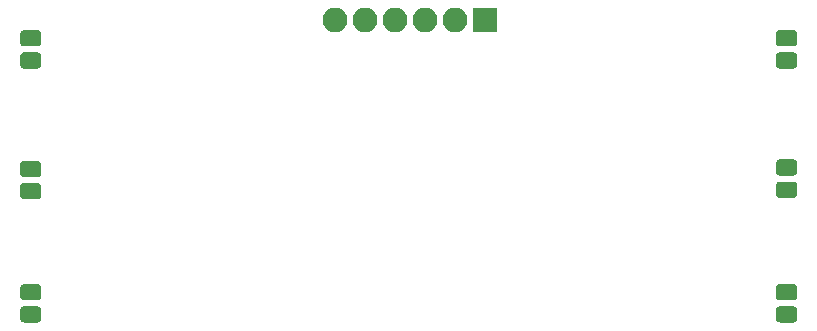
<source format=gbr>
G04 #@! TF.GenerationSoftware,KiCad,Pcbnew,(5.1.4)-1*
G04 #@! TF.CreationDate,2020-02-13T00:02:55-05:00*
G04 #@! TF.ProjectId,enemies,656e656d-6965-4732-9e6b-696361645f70,rev?*
G04 #@! TF.SameCoordinates,Original*
G04 #@! TF.FileFunction,Soldermask,Top*
G04 #@! TF.FilePolarity,Negative*
%FSLAX46Y46*%
G04 Gerber Fmt 4.6, Leading zero omitted, Abs format (unit mm)*
G04 Created by KiCad (PCBNEW (5.1.4)-1) date 2020-02-13 00:02:55*
%MOMM*%
%LPD*%
G04 APERTURE LIST*
%ADD10O,2.100000X2.100000*%
%ADD11R,2.100000X2.100000*%
%ADD12C,0.100000*%
%ADD13C,1.375000*%
G04 APERTURE END LIST*
D10*
X128800000Y-86500000D03*
X131340000Y-86500000D03*
X133880000Y-86500000D03*
X136420000Y-86500000D03*
X138960000Y-86500000D03*
D11*
X141500000Y-86500000D03*
D12*
G36*
X103589943Y-98439155D02*
G01*
X103623312Y-98444105D01*
X103656035Y-98452302D01*
X103687797Y-98463666D01*
X103718293Y-98478090D01*
X103747227Y-98495432D01*
X103774323Y-98515528D01*
X103799318Y-98538182D01*
X103821972Y-98563177D01*
X103842068Y-98590273D01*
X103859410Y-98619207D01*
X103873834Y-98649703D01*
X103885198Y-98681465D01*
X103893395Y-98714188D01*
X103898345Y-98747557D01*
X103900000Y-98781250D01*
X103900000Y-99468750D01*
X103898345Y-99502443D01*
X103893395Y-99535812D01*
X103885198Y-99568535D01*
X103873834Y-99600297D01*
X103859410Y-99630793D01*
X103842068Y-99659727D01*
X103821972Y-99686823D01*
X103799318Y-99711818D01*
X103774323Y-99734472D01*
X103747227Y-99754568D01*
X103718293Y-99771910D01*
X103687797Y-99786334D01*
X103656035Y-99797698D01*
X103623312Y-99805895D01*
X103589943Y-99810845D01*
X103556250Y-99812500D01*
X102443750Y-99812500D01*
X102410057Y-99810845D01*
X102376688Y-99805895D01*
X102343965Y-99797698D01*
X102312203Y-99786334D01*
X102281707Y-99771910D01*
X102252773Y-99754568D01*
X102225677Y-99734472D01*
X102200682Y-99711818D01*
X102178028Y-99686823D01*
X102157932Y-99659727D01*
X102140590Y-99630793D01*
X102126166Y-99600297D01*
X102114802Y-99568535D01*
X102106605Y-99535812D01*
X102101655Y-99502443D01*
X102100000Y-99468750D01*
X102100000Y-98781250D01*
X102101655Y-98747557D01*
X102106605Y-98714188D01*
X102114802Y-98681465D01*
X102126166Y-98649703D01*
X102140590Y-98619207D01*
X102157932Y-98590273D01*
X102178028Y-98563177D01*
X102200682Y-98538182D01*
X102225677Y-98515528D01*
X102252773Y-98495432D01*
X102281707Y-98478090D01*
X102312203Y-98463666D01*
X102343965Y-98452302D01*
X102376688Y-98444105D01*
X102410057Y-98439155D01*
X102443750Y-98437500D01*
X103556250Y-98437500D01*
X103589943Y-98439155D01*
X103589943Y-98439155D01*
G37*
D13*
X103000000Y-99125000D03*
D12*
G36*
X103589943Y-100314155D02*
G01*
X103623312Y-100319105D01*
X103656035Y-100327302D01*
X103687797Y-100338666D01*
X103718293Y-100353090D01*
X103747227Y-100370432D01*
X103774323Y-100390528D01*
X103799318Y-100413182D01*
X103821972Y-100438177D01*
X103842068Y-100465273D01*
X103859410Y-100494207D01*
X103873834Y-100524703D01*
X103885198Y-100556465D01*
X103893395Y-100589188D01*
X103898345Y-100622557D01*
X103900000Y-100656250D01*
X103900000Y-101343750D01*
X103898345Y-101377443D01*
X103893395Y-101410812D01*
X103885198Y-101443535D01*
X103873834Y-101475297D01*
X103859410Y-101505793D01*
X103842068Y-101534727D01*
X103821972Y-101561823D01*
X103799318Y-101586818D01*
X103774323Y-101609472D01*
X103747227Y-101629568D01*
X103718293Y-101646910D01*
X103687797Y-101661334D01*
X103656035Y-101672698D01*
X103623312Y-101680895D01*
X103589943Y-101685845D01*
X103556250Y-101687500D01*
X102443750Y-101687500D01*
X102410057Y-101685845D01*
X102376688Y-101680895D01*
X102343965Y-101672698D01*
X102312203Y-101661334D01*
X102281707Y-101646910D01*
X102252773Y-101629568D01*
X102225677Y-101609472D01*
X102200682Y-101586818D01*
X102178028Y-101561823D01*
X102157932Y-101534727D01*
X102140590Y-101505793D01*
X102126166Y-101475297D01*
X102114802Y-101443535D01*
X102106605Y-101410812D01*
X102101655Y-101377443D01*
X102100000Y-101343750D01*
X102100000Y-100656250D01*
X102101655Y-100622557D01*
X102106605Y-100589188D01*
X102114802Y-100556465D01*
X102126166Y-100524703D01*
X102140590Y-100494207D01*
X102157932Y-100465273D01*
X102178028Y-100438177D01*
X102200682Y-100413182D01*
X102225677Y-100390528D01*
X102252773Y-100370432D01*
X102281707Y-100353090D01*
X102312203Y-100338666D01*
X102343965Y-100327302D01*
X102376688Y-100319105D01*
X102410057Y-100314155D01*
X102443750Y-100312500D01*
X103556250Y-100312500D01*
X103589943Y-100314155D01*
X103589943Y-100314155D01*
G37*
D13*
X103000000Y-101000000D03*
D12*
G36*
X167589943Y-100189155D02*
G01*
X167623312Y-100194105D01*
X167656035Y-100202302D01*
X167687797Y-100213666D01*
X167718293Y-100228090D01*
X167747227Y-100245432D01*
X167774323Y-100265528D01*
X167799318Y-100288182D01*
X167821972Y-100313177D01*
X167842068Y-100340273D01*
X167859410Y-100369207D01*
X167873834Y-100399703D01*
X167885198Y-100431465D01*
X167893395Y-100464188D01*
X167898345Y-100497557D01*
X167900000Y-100531250D01*
X167900000Y-101218750D01*
X167898345Y-101252443D01*
X167893395Y-101285812D01*
X167885198Y-101318535D01*
X167873834Y-101350297D01*
X167859410Y-101380793D01*
X167842068Y-101409727D01*
X167821972Y-101436823D01*
X167799318Y-101461818D01*
X167774323Y-101484472D01*
X167747227Y-101504568D01*
X167718293Y-101521910D01*
X167687797Y-101536334D01*
X167656035Y-101547698D01*
X167623312Y-101555895D01*
X167589943Y-101560845D01*
X167556250Y-101562500D01*
X166443750Y-101562500D01*
X166410057Y-101560845D01*
X166376688Y-101555895D01*
X166343965Y-101547698D01*
X166312203Y-101536334D01*
X166281707Y-101521910D01*
X166252773Y-101504568D01*
X166225677Y-101484472D01*
X166200682Y-101461818D01*
X166178028Y-101436823D01*
X166157932Y-101409727D01*
X166140590Y-101380793D01*
X166126166Y-101350297D01*
X166114802Y-101318535D01*
X166106605Y-101285812D01*
X166101655Y-101252443D01*
X166100000Y-101218750D01*
X166100000Y-100531250D01*
X166101655Y-100497557D01*
X166106605Y-100464188D01*
X166114802Y-100431465D01*
X166126166Y-100399703D01*
X166140590Y-100369207D01*
X166157932Y-100340273D01*
X166178028Y-100313177D01*
X166200682Y-100288182D01*
X166225677Y-100265528D01*
X166252773Y-100245432D01*
X166281707Y-100228090D01*
X166312203Y-100213666D01*
X166343965Y-100202302D01*
X166376688Y-100194105D01*
X166410057Y-100189155D01*
X166443750Y-100187500D01*
X167556250Y-100187500D01*
X167589943Y-100189155D01*
X167589943Y-100189155D01*
G37*
D13*
X167000000Y-100875000D03*
D12*
G36*
X167589943Y-98314155D02*
G01*
X167623312Y-98319105D01*
X167656035Y-98327302D01*
X167687797Y-98338666D01*
X167718293Y-98353090D01*
X167747227Y-98370432D01*
X167774323Y-98390528D01*
X167799318Y-98413182D01*
X167821972Y-98438177D01*
X167842068Y-98465273D01*
X167859410Y-98494207D01*
X167873834Y-98524703D01*
X167885198Y-98556465D01*
X167893395Y-98589188D01*
X167898345Y-98622557D01*
X167900000Y-98656250D01*
X167900000Y-99343750D01*
X167898345Y-99377443D01*
X167893395Y-99410812D01*
X167885198Y-99443535D01*
X167873834Y-99475297D01*
X167859410Y-99505793D01*
X167842068Y-99534727D01*
X167821972Y-99561823D01*
X167799318Y-99586818D01*
X167774323Y-99609472D01*
X167747227Y-99629568D01*
X167718293Y-99646910D01*
X167687797Y-99661334D01*
X167656035Y-99672698D01*
X167623312Y-99680895D01*
X167589943Y-99685845D01*
X167556250Y-99687500D01*
X166443750Y-99687500D01*
X166410057Y-99685845D01*
X166376688Y-99680895D01*
X166343965Y-99672698D01*
X166312203Y-99661334D01*
X166281707Y-99646910D01*
X166252773Y-99629568D01*
X166225677Y-99609472D01*
X166200682Y-99586818D01*
X166178028Y-99561823D01*
X166157932Y-99534727D01*
X166140590Y-99505793D01*
X166126166Y-99475297D01*
X166114802Y-99443535D01*
X166106605Y-99410812D01*
X166101655Y-99377443D01*
X166100000Y-99343750D01*
X166100000Y-98656250D01*
X166101655Y-98622557D01*
X166106605Y-98589188D01*
X166114802Y-98556465D01*
X166126166Y-98524703D01*
X166140590Y-98494207D01*
X166157932Y-98465273D01*
X166178028Y-98438177D01*
X166200682Y-98413182D01*
X166225677Y-98390528D01*
X166252773Y-98370432D01*
X166281707Y-98353090D01*
X166312203Y-98338666D01*
X166343965Y-98327302D01*
X166376688Y-98319105D01*
X166410057Y-98314155D01*
X166443750Y-98312500D01*
X167556250Y-98312500D01*
X167589943Y-98314155D01*
X167589943Y-98314155D01*
G37*
D13*
X167000000Y-99000000D03*
D12*
G36*
X167589943Y-110751655D02*
G01*
X167623312Y-110756605D01*
X167656035Y-110764802D01*
X167687797Y-110776166D01*
X167718293Y-110790590D01*
X167747227Y-110807932D01*
X167774323Y-110828028D01*
X167799318Y-110850682D01*
X167821972Y-110875677D01*
X167842068Y-110902773D01*
X167859410Y-110931707D01*
X167873834Y-110962203D01*
X167885198Y-110993965D01*
X167893395Y-111026688D01*
X167898345Y-111060057D01*
X167900000Y-111093750D01*
X167900000Y-111781250D01*
X167898345Y-111814943D01*
X167893395Y-111848312D01*
X167885198Y-111881035D01*
X167873834Y-111912797D01*
X167859410Y-111943293D01*
X167842068Y-111972227D01*
X167821972Y-111999323D01*
X167799318Y-112024318D01*
X167774323Y-112046972D01*
X167747227Y-112067068D01*
X167718293Y-112084410D01*
X167687797Y-112098834D01*
X167656035Y-112110198D01*
X167623312Y-112118395D01*
X167589943Y-112123345D01*
X167556250Y-112125000D01*
X166443750Y-112125000D01*
X166410057Y-112123345D01*
X166376688Y-112118395D01*
X166343965Y-112110198D01*
X166312203Y-112098834D01*
X166281707Y-112084410D01*
X166252773Y-112067068D01*
X166225677Y-112046972D01*
X166200682Y-112024318D01*
X166178028Y-111999323D01*
X166157932Y-111972227D01*
X166140590Y-111943293D01*
X166126166Y-111912797D01*
X166114802Y-111881035D01*
X166106605Y-111848312D01*
X166101655Y-111814943D01*
X166100000Y-111781250D01*
X166100000Y-111093750D01*
X166101655Y-111060057D01*
X166106605Y-111026688D01*
X166114802Y-110993965D01*
X166126166Y-110962203D01*
X166140590Y-110931707D01*
X166157932Y-110902773D01*
X166178028Y-110875677D01*
X166200682Y-110850682D01*
X166225677Y-110828028D01*
X166252773Y-110807932D01*
X166281707Y-110790590D01*
X166312203Y-110776166D01*
X166343965Y-110764802D01*
X166376688Y-110756605D01*
X166410057Y-110751655D01*
X166443750Y-110750000D01*
X167556250Y-110750000D01*
X167589943Y-110751655D01*
X167589943Y-110751655D01*
G37*
D13*
X167000000Y-111437500D03*
D12*
G36*
X167589943Y-108876655D02*
G01*
X167623312Y-108881605D01*
X167656035Y-108889802D01*
X167687797Y-108901166D01*
X167718293Y-108915590D01*
X167747227Y-108932932D01*
X167774323Y-108953028D01*
X167799318Y-108975682D01*
X167821972Y-109000677D01*
X167842068Y-109027773D01*
X167859410Y-109056707D01*
X167873834Y-109087203D01*
X167885198Y-109118965D01*
X167893395Y-109151688D01*
X167898345Y-109185057D01*
X167900000Y-109218750D01*
X167900000Y-109906250D01*
X167898345Y-109939943D01*
X167893395Y-109973312D01*
X167885198Y-110006035D01*
X167873834Y-110037797D01*
X167859410Y-110068293D01*
X167842068Y-110097227D01*
X167821972Y-110124323D01*
X167799318Y-110149318D01*
X167774323Y-110171972D01*
X167747227Y-110192068D01*
X167718293Y-110209410D01*
X167687797Y-110223834D01*
X167656035Y-110235198D01*
X167623312Y-110243395D01*
X167589943Y-110248345D01*
X167556250Y-110250000D01*
X166443750Y-110250000D01*
X166410057Y-110248345D01*
X166376688Y-110243395D01*
X166343965Y-110235198D01*
X166312203Y-110223834D01*
X166281707Y-110209410D01*
X166252773Y-110192068D01*
X166225677Y-110171972D01*
X166200682Y-110149318D01*
X166178028Y-110124323D01*
X166157932Y-110097227D01*
X166140590Y-110068293D01*
X166126166Y-110037797D01*
X166114802Y-110006035D01*
X166106605Y-109973312D01*
X166101655Y-109939943D01*
X166100000Y-109906250D01*
X166100000Y-109218750D01*
X166101655Y-109185057D01*
X166106605Y-109151688D01*
X166114802Y-109118965D01*
X166126166Y-109087203D01*
X166140590Y-109056707D01*
X166157932Y-109027773D01*
X166178028Y-109000677D01*
X166200682Y-108975682D01*
X166225677Y-108953028D01*
X166252773Y-108932932D01*
X166281707Y-108915590D01*
X166312203Y-108901166D01*
X166343965Y-108889802D01*
X166376688Y-108881605D01*
X166410057Y-108876655D01*
X166443750Y-108875000D01*
X167556250Y-108875000D01*
X167589943Y-108876655D01*
X167589943Y-108876655D01*
G37*
D13*
X167000000Y-109562500D03*
D12*
G36*
X103589943Y-87376655D02*
G01*
X103623312Y-87381605D01*
X103656035Y-87389802D01*
X103687797Y-87401166D01*
X103718293Y-87415590D01*
X103747227Y-87432932D01*
X103774323Y-87453028D01*
X103799318Y-87475682D01*
X103821972Y-87500677D01*
X103842068Y-87527773D01*
X103859410Y-87556707D01*
X103873834Y-87587203D01*
X103885198Y-87618965D01*
X103893395Y-87651688D01*
X103898345Y-87685057D01*
X103900000Y-87718750D01*
X103900000Y-88406250D01*
X103898345Y-88439943D01*
X103893395Y-88473312D01*
X103885198Y-88506035D01*
X103873834Y-88537797D01*
X103859410Y-88568293D01*
X103842068Y-88597227D01*
X103821972Y-88624323D01*
X103799318Y-88649318D01*
X103774323Y-88671972D01*
X103747227Y-88692068D01*
X103718293Y-88709410D01*
X103687797Y-88723834D01*
X103656035Y-88735198D01*
X103623312Y-88743395D01*
X103589943Y-88748345D01*
X103556250Y-88750000D01*
X102443750Y-88750000D01*
X102410057Y-88748345D01*
X102376688Y-88743395D01*
X102343965Y-88735198D01*
X102312203Y-88723834D01*
X102281707Y-88709410D01*
X102252773Y-88692068D01*
X102225677Y-88671972D01*
X102200682Y-88649318D01*
X102178028Y-88624323D01*
X102157932Y-88597227D01*
X102140590Y-88568293D01*
X102126166Y-88537797D01*
X102114802Y-88506035D01*
X102106605Y-88473312D01*
X102101655Y-88439943D01*
X102100000Y-88406250D01*
X102100000Y-87718750D01*
X102101655Y-87685057D01*
X102106605Y-87651688D01*
X102114802Y-87618965D01*
X102126166Y-87587203D01*
X102140590Y-87556707D01*
X102157932Y-87527773D01*
X102178028Y-87500677D01*
X102200682Y-87475682D01*
X102225677Y-87453028D01*
X102252773Y-87432932D01*
X102281707Y-87415590D01*
X102312203Y-87401166D01*
X102343965Y-87389802D01*
X102376688Y-87381605D01*
X102410057Y-87376655D01*
X102443750Y-87375000D01*
X103556250Y-87375000D01*
X103589943Y-87376655D01*
X103589943Y-87376655D01*
G37*
D13*
X103000000Y-88062500D03*
D12*
G36*
X103589943Y-89251655D02*
G01*
X103623312Y-89256605D01*
X103656035Y-89264802D01*
X103687797Y-89276166D01*
X103718293Y-89290590D01*
X103747227Y-89307932D01*
X103774323Y-89328028D01*
X103799318Y-89350682D01*
X103821972Y-89375677D01*
X103842068Y-89402773D01*
X103859410Y-89431707D01*
X103873834Y-89462203D01*
X103885198Y-89493965D01*
X103893395Y-89526688D01*
X103898345Y-89560057D01*
X103900000Y-89593750D01*
X103900000Y-90281250D01*
X103898345Y-90314943D01*
X103893395Y-90348312D01*
X103885198Y-90381035D01*
X103873834Y-90412797D01*
X103859410Y-90443293D01*
X103842068Y-90472227D01*
X103821972Y-90499323D01*
X103799318Y-90524318D01*
X103774323Y-90546972D01*
X103747227Y-90567068D01*
X103718293Y-90584410D01*
X103687797Y-90598834D01*
X103656035Y-90610198D01*
X103623312Y-90618395D01*
X103589943Y-90623345D01*
X103556250Y-90625000D01*
X102443750Y-90625000D01*
X102410057Y-90623345D01*
X102376688Y-90618395D01*
X102343965Y-90610198D01*
X102312203Y-90598834D01*
X102281707Y-90584410D01*
X102252773Y-90567068D01*
X102225677Y-90546972D01*
X102200682Y-90524318D01*
X102178028Y-90499323D01*
X102157932Y-90472227D01*
X102140590Y-90443293D01*
X102126166Y-90412797D01*
X102114802Y-90381035D01*
X102106605Y-90348312D01*
X102101655Y-90314943D01*
X102100000Y-90281250D01*
X102100000Y-89593750D01*
X102101655Y-89560057D01*
X102106605Y-89526688D01*
X102114802Y-89493965D01*
X102126166Y-89462203D01*
X102140590Y-89431707D01*
X102157932Y-89402773D01*
X102178028Y-89375677D01*
X102200682Y-89350682D01*
X102225677Y-89328028D01*
X102252773Y-89307932D01*
X102281707Y-89290590D01*
X102312203Y-89276166D01*
X102343965Y-89264802D01*
X102376688Y-89256605D01*
X102410057Y-89251655D01*
X102443750Y-89250000D01*
X103556250Y-89250000D01*
X103589943Y-89251655D01*
X103589943Y-89251655D01*
G37*
D13*
X103000000Y-89937500D03*
D12*
G36*
X103589943Y-108876655D02*
G01*
X103623312Y-108881605D01*
X103656035Y-108889802D01*
X103687797Y-108901166D01*
X103718293Y-108915590D01*
X103747227Y-108932932D01*
X103774323Y-108953028D01*
X103799318Y-108975682D01*
X103821972Y-109000677D01*
X103842068Y-109027773D01*
X103859410Y-109056707D01*
X103873834Y-109087203D01*
X103885198Y-109118965D01*
X103893395Y-109151688D01*
X103898345Y-109185057D01*
X103900000Y-109218750D01*
X103900000Y-109906250D01*
X103898345Y-109939943D01*
X103893395Y-109973312D01*
X103885198Y-110006035D01*
X103873834Y-110037797D01*
X103859410Y-110068293D01*
X103842068Y-110097227D01*
X103821972Y-110124323D01*
X103799318Y-110149318D01*
X103774323Y-110171972D01*
X103747227Y-110192068D01*
X103718293Y-110209410D01*
X103687797Y-110223834D01*
X103656035Y-110235198D01*
X103623312Y-110243395D01*
X103589943Y-110248345D01*
X103556250Y-110250000D01*
X102443750Y-110250000D01*
X102410057Y-110248345D01*
X102376688Y-110243395D01*
X102343965Y-110235198D01*
X102312203Y-110223834D01*
X102281707Y-110209410D01*
X102252773Y-110192068D01*
X102225677Y-110171972D01*
X102200682Y-110149318D01*
X102178028Y-110124323D01*
X102157932Y-110097227D01*
X102140590Y-110068293D01*
X102126166Y-110037797D01*
X102114802Y-110006035D01*
X102106605Y-109973312D01*
X102101655Y-109939943D01*
X102100000Y-109906250D01*
X102100000Y-109218750D01*
X102101655Y-109185057D01*
X102106605Y-109151688D01*
X102114802Y-109118965D01*
X102126166Y-109087203D01*
X102140590Y-109056707D01*
X102157932Y-109027773D01*
X102178028Y-109000677D01*
X102200682Y-108975682D01*
X102225677Y-108953028D01*
X102252773Y-108932932D01*
X102281707Y-108915590D01*
X102312203Y-108901166D01*
X102343965Y-108889802D01*
X102376688Y-108881605D01*
X102410057Y-108876655D01*
X102443750Y-108875000D01*
X103556250Y-108875000D01*
X103589943Y-108876655D01*
X103589943Y-108876655D01*
G37*
D13*
X103000000Y-109562500D03*
D12*
G36*
X103589943Y-110751655D02*
G01*
X103623312Y-110756605D01*
X103656035Y-110764802D01*
X103687797Y-110776166D01*
X103718293Y-110790590D01*
X103747227Y-110807932D01*
X103774323Y-110828028D01*
X103799318Y-110850682D01*
X103821972Y-110875677D01*
X103842068Y-110902773D01*
X103859410Y-110931707D01*
X103873834Y-110962203D01*
X103885198Y-110993965D01*
X103893395Y-111026688D01*
X103898345Y-111060057D01*
X103900000Y-111093750D01*
X103900000Y-111781250D01*
X103898345Y-111814943D01*
X103893395Y-111848312D01*
X103885198Y-111881035D01*
X103873834Y-111912797D01*
X103859410Y-111943293D01*
X103842068Y-111972227D01*
X103821972Y-111999323D01*
X103799318Y-112024318D01*
X103774323Y-112046972D01*
X103747227Y-112067068D01*
X103718293Y-112084410D01*
X103687797Y-112098834D01*
X103656035Y-112110198D01*
X103623312Y-112118395D01*
X103589943Y-112123345D01*
X103556250Y-112125000D01*
X102443750Y-112125000D01*
X102410057Y-112123345D01*
X102376688Y-112118395D01*
X102343965Y-112110198D01*
X102312203Y-112098834D01*
X102281707Y-112084410D01*
X102252773Y-112067068D01*
X102225677Y-112046972D01*
X102200682Y-112024318D01*
X102178028Y-111999323D01*
X102157932Y-111972227D01*
X102140590Y-111943293D01*
X102126166Y-111912797D01*
X102114802Y-111881035D01*
X102106605Y-111848312D01*
X102101655Y-111814943D01*
X102100000Y-111781250D01*
X102100000Y-111093750D01*
X102101655Y-111060057D01*
X102106605Y-111026688D01*
X102114802Y-110993965D01*
X102126166Y-110962203D01*
X102140590Y-110931707D01*
X102157932Y-110902773D01*
X102178028Y-110875677D01*
X102200682Y-110850682D01*
X102225677Y-110828028D01*
X102252773Y-110807932D01*
X102281707Y-110790590D01*
X102312203Y-110776166D01*
X102343965Y-110764802D01*
X102376688Y-110756605D01*
X102410057Y-110751655D01*
X102443750Y-110750000D01*
X103556250Y-110750000D01*
X103589943Y-110751655D01*
X103589943Y-110751655D01*
G37*
D13*
X103000000Y-111437500D03*
D12*
G36*
X167589943Y-89251655D02*
G01*
X167623312Y-89256605D01*
X167656035Y-89264802D01*
X167687797Y-89276166D01*
X167718293Y-89290590D01*
X167747227Y-89307932D01*
X167774323Y-89328028D01*
X167799318Y-89350682D01*
X167821972Y-89375677D01*
X167842068Y-89402773D01*
X167859410Y-89431707D01*
X167873834Y-89462203D01*
X167885198Y-89493965D01*
X167893395Y-89526688D01*
X167898345Y-89560057D01*
X167900000Y-89593750D01*
X167900000Y-90281250D01*
X167898345Y-90314943D01*
X167893395Y-90348312D01*
X167885198Y-90381035D01*
X167873834Y-90412797D01*
X167859410Y-90443293D01*
X167842068Y-90472227D01*
X167821972Y-90499323D01*
X167799318Y-90524318D01*
X167774323Y-90546972D01*
X167747227Y-90567068D01*
X167718293Y-90584410D01*
X167687797Y-90598834D01*
X167656035Y-90610198D01*
X167623312Y-90618395D01*
X167589943Y-90623345D01*
X167556250Y-90625000D01*
X166443750Y-90625000D01*
X166410057Y-90623345D01*
X166376688Y-90618395D01*
X166343965Y-90610198D01*
X166312203Y-90598834D01*
X166281707Y-90584410D01*
X166252773Y-90567068D01*
X166225677Y-90546972D01*
X166200682Y-90524318D01*
X166178028Y-90499323D01*
X166157932Y-90472227D01*
X166140590Y-90443293D01*
X166126166Y-90412797D01*
X166114802Y-90381035D01*
X166106605Y-90348312D01*
X166101655Y-90314943D01*
X166100000Y-90281250D01*
X166100000Y-89593750D01*
X166101655Y-89560057D01*
X166106605Y-89526688D01*
X166114802Y-89493965D01*
X166126166Y-89462203D01*
X166140590Y-89431707D01*
X166157932Y-89402773D01*
X166178028Y-89375677D01*
X166200682Y-89350682D01*
X166225677Y-89328028D01*
X166252773Y-89307932D01*
X166281707Y-89290590D01*
X166312203Y-89276166D01*
X166343965Y-89264802D01*
X166376688Y-89256605D01*
X166410057Y-89251655D01*
X166443750Y-89250000D01*
X167556250Y-89250000D01*
X167589943Y-89251655D01*
X167589943Y-89251655D01*
G37*
D13*
X167000000Y-89937500D03*
D12*
G36*
X167589943Y-87376655D02*
G01*
X167623312Y-87381605D01*
X167656035Y-87389802D01*
X167687797Y-87401166D01*
X167718293Y-87415590D01*
X167747227Y-87432932D01*
X167774323Y-87453028D01*
X167799318Y-87475682D01*
X167821972Y-87500677D01*
X167842068Y-87527773D01*
X167859410Y-87556707D01*
X167873834Y-87587203D01*
X167885198Y-87618965D01*
X167893395Y-87651688D01*
X167898345Y-87685057D01*
X167900000Y-87718750D01*
X167900000Y-88406250D01*
X167898345Y-88439943D01*
X167893395Y-88473312D01*
X167885198Y-88506035D01*
X167873834Y-88537797D01*
X167859410Y-88568293D01*
X167842068Y-88597227D01*
X167821972Y-88624323D01*
X167799318Y-88649318D01*
X167774323Y-88671972D01*
X167747227Y-88692068D01*
X167718293Y-88709410D01*
X167687797Y-88723834D01*
X167656035Y-88735198D01*
X167623312Y-88743395D01*
X167589943Y-88748345D01*
X167556250Y-88750000D01*
X166443750Y-88750000D01*
X166410057Y-88748345D01*
X166376688Y-88743395D01*
X166343965Y-88735198D01*
X166312203Y-88723834D01*
X166281707Y-88709410D01*
X166252773Y-88692068D01*
X166225677Y-88671972D01*
X166200682Y-88649318D01*
X166178028Y-88624323D01*
X166157932Y-88597227D01*
X166140590Y-88568293D01*
X166126166Y-88537797D01*
X166114802Y-88506035D01*
X166106605Y-88473312D01*
X166101655Y-88439943D01*
X166100000Y-88406250D01*
X166100000Y-87718750D01*
X166101655Y-87685057D01*
X166106605Y-87651688D01*
X166114802Y-87618965D01*
X166126166Y-87587203D01*
X166140590Y-87556707D01*
X166157932Y-87527773D01*
X166178028Y-87500677D01*
X166200682Y-87475682D01*
X166225677Y-87453028D01*
X166252773Y-87432932D01*
X166281707Y-87415590D01*
X166312203Y-87401166D01*
X166343965Y-87389802D01*
X166376688Y-87381605D01*
X166410057Y-87376655D01*
X166443750Y-87375000D01*
X167556250Y-87375000D01*
X167589943Y-87376655D01*
X167589943Y-87376655D01*
G37*
D13*
X167000000Y-88062500D03*
M02*

</source>
